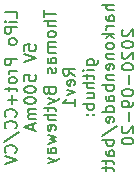
<source format=gbo>
%TF.GenerationSoftware,KiCad,Pcbnew,(5.1.6)-1*%
%TF.CreationDate,2020-09-20T19:32:56+01:00*%
%TF.ProjectId,batt,62617474-2e6b-4696-9361-645f70636258,rev?*%
%TF.SameCoordinates,Original*%
%TF.FileFunction,Legend,Bot*%
%TF.FilePolarity,Positive*%
%FSLAX46Y46*%
G04 Gerber Fmt 4.6, Leading zero omitted, Abs format (unit mm)*
G04 Created by KiCad (PCBNEW (5.1.6)-1) date 2020-09-20 19:32:56*
%MOMM*%
%LPD*%
G01*
G04 APERTURE LIST*
%ADD10C,0.150000*%
G04 APERTURE END LIST*
D10*
X69002380Y-44119047D02*
X69002380Y-43642857D01*
X68002380Y-43642857D01*
X69002380Y-44452380D02*
X68335714Y-44452380D01*
X68002380Y-44452380D02*
X68050000Y-44404761D01*
X68097619Y-44452380D01*
X68050000Y-44500000D01*
X68002380Y-44452380D01*
X68097619Y-44452380D01*
X69002380Y-44928571D02*
X68002380Y-44928571D01*
X68002380Y-45309523D01*
X68050000Y-45404761D01*
X68097619Y-45452380D01*
X68192857Y-45500000D01*
X68335714Y-45500000D01*
X68430952Y-45452380D01*
X68478571Y-45404761D01*
X68526190Y-45309523D01*
X68526190Y-44928571D01*
X69002380Y-46071428D02*
X68954761Y-45976190D01*
X68907142Y-45928571D01*
X68811904Y-45880952D01*
X68526190Y-45880952D01*
X68430952Y-45928571D01*
X68383333Y-45976190D01*
X68335714Y-46071428D01*
X68335714Y-46214285D01*
X68383333Y-46309523D01*
X68430952Y-46357142D01*
X68526190Y-46404761D01*
X68811904Y-46404761D01*
X68907142Y-46357142D01*
X68954761Y-46309523D01*
X69002380Y-46214285D01*
X69002380Y-46071428D01*
X69002380Y-47595238D02*
X68002380Y-47595238D01*
X68002380Y-47976190D01*
X68050000Y-48071428D01*
X68097619Y-48119047D01*
X68192857Y-48166666D01*
X68335714Y-48166666D01*
X68430952Y-48119047D01*
X68478571Y-48071428D01*
X68526190Y-47976190D01*
X68526190Y-47595238D01*
X69002380Y-48595238D02*
X68335714Y-48595238D01*
X68526190Y-48595238D02*
X68430952Y-48642857D01*
X68383333Y-48690476D01*
X68335714Y-48785714D01*
X68335714Y-48880952D01*
X69002380Y-49357142D02*
X68954761Y-49261904D01*
X68907142Y-49214285D01*
X68811904Y-49166666D01*
X68526190Y-49166666D01*
X68430952Y-49214285D01*
X68383333Y-49261904D01*
X68335714Y-49357142D01*
X68335714Y-49500000D01*
X68383333Y-49595238D01*
X68430952Y-49642857D01*
X68526190Y-49690476D01*
X68811904Y-49690476D01*
X68907142Y-49642857D01*
X68954761Y-49595238D01*
X69002380Y-49500000D01*
X69002380Y-49357142D01*
X68335714Y-49976190D02*
X68335714Y-50357142D01*
X68002380Y-50119047D02*
X68859523Y-50119047D01*
X68954761Y-50166666D01*
X69002380Y-50261904D01*
X69002380Y-50357142D01*
X68621428Y-50690476D02*
X68621428Y-51452380D01*
X69002380Y-51071428D02*
X68240476Y-51071428D01*
X68907142Y-52500000D02*
X68954761Y-52452380D01*
X69002380Y-52309523D01*
X69002380Y-52214285D01*
X68954761Y-52071428D01*
X68859523Y-51976190D01*
X68764285Y-51928571D01*
X68573809Y-51880952D01*
X68430952Y-51880952D01*
X68240476Y-51928571D01*
X68145238Y-51976190D01*
X68050000Y-52071428D01*
X68002380Y-52214285D01*
X68002380Y-52309523D01*
X68050000Y-52452380D01*
X68097619Y-52500000D01*
X68907142Y-53500000D02*
X68954761Y-53452380D01*
X69002380Y-53309523D01*
X69002380Y-53214285D01*
X68954761Y-53071428D01*
X68859523Y-52976190D01*
X68764285Y-52928571D01*
X68573809Y-52880952D01*
X68430952Y-52880952D01*
X68240476Y-52928571D01*
X68145238Y-52976190D01*
X68050000Y-53071428D01*
X68002380Y-53214285D01*
X68002380Y-53309523D01*
X68050000Y-53452380D01*
X68097619Y-53500000D01*
X67954761Y-54642857D02*
X69240476Y-53785714D01*
X68907142Y-55547619D02*
X68954761Y-55500000D01*
X69002380Y-55357142D01*
X69002380Y-55261904D01*
X68954761Y-55119047D01*
X68859523Y-55023809D01*
X68764285Y-54976190D01*
X68573809Y-54928571D01*
X68430952Y-54928571D01*
X68240476Y-54976190D01*
X68145238Y-55023809D01*
X68050000Y-55119047D01*
X68002380Y-55261904D01*
X68002380Y-55357142D01*
X68050000Y-55500000D01*
X68097619Y-55547619D01*
X68002380Y-55833333D02*
X69002380Y-56166666D01*
X68002380Y-56500000D01*
X69652380Y-46904761D02*
X69652380Y-46428571D01*
X70128571Y-46380952D01*
X70080952Y-46428571D01*
X70033333Y-46523809D01*
X70033333Y-46761904D01*
X70080952Y-46857142D01*
X70128571Y-46904761D01*
X70223809Y-46952380D01*
X70461904Y-46952380D01*
X70557142Y-46904761D01*
X70604761Y-46857142D01*
X70652380Y-46761904D01*
X70652380Y-46523809D01*
X70604761Y-46428571D01*
X70557142Y-46380952D01*
X69652380Y-47238095D02*
X70652380Y-47571428D01*
X69652380Y-47904761D01*
X69652380Y-49476190D02*
X69652380Y-49000000D01*
X70128571Y-48952380D01*
X70080952Y-49000000D01*
X70033333Y-49095238D01*
X70033333Y-49333333D01*
X70080952Y-49428571D01*
X70128571Y-49476190D01*
X70223809Y-49523809D01*
X70461904Y-49523809D01*
X70557142Y-49476190D01*
X70604761Y-49428571D01*
X70652380Y-49333333D01*
X70652380Y-49095238D01*
X70604761Y-49000000D01*
X70557142Y-48952380D01*
X69652380Y-50142857D02*
X69652380Y-50238095D01*
X69700000Y-50333333D01*
X69747619Y-50380952D01*
X69842857Y-50428571D01*
X70033333Y-50476190D01*
X70271428Y-50476190D01*
X70461904Y-50428571D01*
X70557142Y-50380952D01*
X70604761Y-50333333D01*
X70652380Y-50238095D01*
X70652380Y-50142857D01*
X70604761Y-50047619D01*
X70557142Y-50000000D01*
X70461904Y-49952380D01*
X70271428Y-49904761D01*
X70033333Y-49904761D01*
X69842857Y-49952380D01*
X69747619Y-50000000D01*
X69700000Y-50047619D01*
X69652380Y-50142857D01*
X69652380Y-51095238D02*
X69652380Y-51190476D01*
X69700000Y-51285714D01*
X69747619Y-51333333D01*
X69842857Y-51380952D01*
X70033333Y-51428571D01*
X70271428Y-51428571D01*
X70461904Y-51380952D01*
X70557142Y-51333333D01*
X70604761Y-51285714D01*
X70652380Y-51190476D01*
X70652380Y-51095238D01*
X70604761Y-51000000D01*
X70557142Y-50952380D01*
X70461904Y-50904761D01*
X70271428Y-50857142D01*
X70033333Y-50857142D01*
X69842857Y-50904761D01*
X69747619Y-50952380D01*
X69700000Y-51000000D01*
X69652380Y-51095238D01*
X70652380Y-51857142D02*
X69985714Y-51857142D01*
X70080952Y-51857142D02*
X70033333Y-51904761D01*
X69985714Y-52000000D01*
X69985714Y-52142857D01*
X70033333Y-52238095D01*
X70128571Y-52285714D01*
X70652380Y-52285714D01*
X70128571Y-52285714D02*
X70033333Y-52333333D01*
X69985714Y-52428571D01*
X69985714Y-52571428D01*
X70033333Y-52666666D01*
X70128571Y-52714285D01*
X70652380Y-52714285D01*
X70366666Y-53142857D02*
X70366666Y-53619047D01*
X70652380Y-53047619D02*
X69652380Y-53380952D01*
X70652380Y-53714285D01*
X71302380Y-43500000D02*
X71302380Y-44071428D01*
X72302380Y-43785714D02*
X71302380Y-43785714D01*
X72302380Y-44404761D02*
X71302380Y-44404761D01*
X72302380Y-44833333D02*
X71778571Y-44833333D01*
X71683333Y-44785714D01*
X71635714Y-44690476D01*
X71635714Y-44547619D01*
X71683333Y-44452380D01*
X71730952Y-44404761D01*
X72302380Y-45452380D02*
X72254761Y-45357142D01*
X72207142Y-45309523D01*
X72111904Y-45261904D01*
X71826190Y-45261904D01*
X71730952Y-45309523D01*
X71683333Y-45357142D01*
X71635714Y-45452380D01*
X71635714Y-45595238D01*
X71683333Y-45690476D01*
X71730952Y-45738095D01*
X71826190Y-45785714D01*
X72111904Y-45785714D01*
X72207142Y-45738095D01*
X72254761Y-45690476D01*
X72302380Y-45595238D01*
X72302380Y-45452380D01*
X72302380Y-46214285D02*
X71635714Y-46214285D01*
X71730952Y-46214285D02*
X71683333Y-46261904D01*
X71635714Y-46357142D01*
X71635714Y-46500000D01*
X71683333Y-46595238D01*
X71778571Y-46642857D01*
X72302380Y-46642857D01*
X71778571Y-46642857D02*
X71683333Y-46690476D01*
X71635714Y-46785714D01*
X71635714Y-46928571D01*
X71683333Y-47023809D01*
X71778571Y-47071428D01*
X72302380Y-47071428D01*
X72302380Y-47976190D02*
X71778571Y-47976190D01*
X71683333Y-47928571D01*
X71635714Y-47833333D01*
X71635714Y-47642857D01*
X71683333Y-47547619D01*
X72254761Y-47976190D02*
X72302380Y-47880952D01*
X72302380Y-47642857D01*
X72254761Y-47547619D01*
X72159523Y-47500000D01*
X72064285Y-47500000D01*
X71969047Y-47547619D01*
X71921428Y-47642857D01*
X71921428Y-47880952D01*
X71873809Y-47976190D01*
X72254761Y-48404761D02*
X72302380Y-48500000D01*
X72302380Y-48690476D01*
X72254761Y-48785714D01*
X72159523Y-48833333D01*
X72111904Y-48833333D01*
X72016666Y-48785714D01*
X71969047Y-48690476D01*
X71969047Y-48547619D01*
X71921428Y-48452380D01*
X71826190Y-48404761D01*
X71778571Y-48404761D01*
X71683333Y-48452380D01*
X71635714Y-48547619D01*
X71635714Y-48690476D01*
X71683333Y-48785714D01*
X71778571Y-50357142D02*
X71826190Y-50500000D01*
X71873809Y-50547619D01*
X71969047Y-50595238D01*
X72111904Y-50595238D01*
X72207142Y-50547619D01*
X72254761Y-50500000D01*
X72302380Y-50404761D01*
X72302380Y-50023809D01*
X71302380Y-50023809D01*
X71302380Y-50357142D01*
X71350000Y-50452380D01*
X71397619Y-50500000D01*
X71492857Y-50547619D01*
X71588095Y-50547619D01*
X71683333Y-50500000D01*
X71730952Y-50452380D01*
X71778571Y-50357142D01*
X71778571Y-50023809D01*
X71635714Y-50928571D02*
X72302380Y-51166666D01*
X71635714Y-51404761D02*
X72302380Y-51166666D01*
X72540476Y-51071428D01*
X72588095Y-51023809D01*
X72635714Y-50928571D01*
X71635714Y-51642857D02*
X71635714Y-52023809D01*
X71302380Y-51785714D02*
X72159523Y-51785714D01*
X72254761Y-51833333D01*
X72302380Y-51928571D01*
X72302380Y-52023809D01*
X72302380Y-52357142D02*
X71302380Y-52357142D01*
X72302380Y-52785714D02*
X71778571Y-52785714D01*
X71683333Y-52738095D01*
X71635714Y-52642857D01*
X71635714Y-52500000D01*
X71683333Y-52404761D01*
X71730952Y-52357142D01*
X72254761Y-53642857D02*
X72302380Y-53547619D01*
X72302380Y-53357142D01*
X72254761Y-53261904D01*
X72159523Y-53214285D01*
X71778571Y-53214285D01*
X71683333Y-53261904D01*
X71635714Y-53357142D01*
X71635714Y-53547619D01*
X71683333Y-53642857D01*
X71778571Y-53690476D01*
X71873809Y-53690476D01*
X71969047Y-53214285D01*
X71635714Y-54023809D02*
X72302380Y-54214285D01*
X71826190Y-54404761D01*
X72302380Y-54595238D01*
X71635714Y-54785714D01*
X72302380Y-55595238D02*
X71778571Y-55595238D01*
X71683333Y-55547619D01*
X71635714Y-55452380D01*
X71635714Y-55261904D01*
X71683333Y-55166666D01*
X72254761Y-55595238D02*
X72302380Y-55500000D01*
X72302380Y-55261904D01*
X72254761Y-55166666D01*
X72159523Y-55119047D01*
X72064285Y-55119047D01*
X71969047Y-55166666D01*
X71921428Y-55261904D01*
X71921428Y-55500000D01*
X71873809Y-55595238D01*
X71635714Y-55976190D02*
X72302380Y-56214285D01*
X71635714Y-56452380D02*
X72302380Y-56214285D01*
X72540476Y-56119047D01*
X72588095Y-56071428D01*
X72635714Y-55976190D01*
X73952380Y-49023809D02*
X73476190Y-48690476D01*
X73952380Y-48452380D02*
X72952380Y-48452380D01*
X72952380Y-48833333D01*
X73000000Y-48928571D01*
X73047619Y-48976190D01*
X73142857Y-49023809D01*
X73285714Y-49023809D01*
X73380952Y-48976190D01*
X73428571Y-48928571D01*
X73476190Y-48833333D01*
X73476190Y-48452380D01*
X73904761Y-49833333D02*
X73952380Y-49738095D01*
X73952380Y-49547619D01*
X73904761Y-49452380D01*
X73809523Y-49404761D01*
X73428571Y-49404761D01*
X73333333Y-49452380D01*
X73285714Y-49547619D01*
X73285714Y-49738095D01*
X73333333Y-49833333D01*
X73428571Y-49880952D01*
X73523809Y-49880952D01*
X73619047Y-49404761D01*
X73285714Y-50214285D02*
X73952380Y-50452380D01*
X73285714Y-50690476D01*
X73952380Y-51595238D02*
X73952380Y-51023809D01*
X73952380Y-51309523D02*
X72952380Y-51309523D01*
X73095238Y-51214285D01*
X73190476Y-51119047D01*
X73238095Y-51023809D01*
X74935714Y-48095238D02*
X75745238Y-48095238D01*
X75840476Y-48047619D01*
X75888095Y-48000000D01*
X75935714Y-47904761D01*
X75935714Y-47761904D01*
X75888095Y-47666666D01*
X75554761Y-48095238D02*
X75602380Y-48000000D01*
X75602380Y-47809523D01*
X75554761Y-47714285D01*
X75507142Y-47666666D01*
X75411904Y-47619047D01*
X75126190Y-47619047D01*
X75030952Y-47666666D01*
X74983333Y-47714285D01*
X74935714Y-47809523D01*
X74935714Y-48000000D01*
X74983333Y-48095238D01*
X75602380Y-48571428D02*
X74935714Y-48571428D01*
X74602380Y-48571428D02*
X74650000Y-48523809D01*
X74697619Y-48571428D01*
X74650000Y-48619047D01*
X74602380Y-48571428D01*
X74697619Y-48571428D01*
X74935714Y-48904761D02*
X74935714Y-49285714D01*
X74602380Y-49047619D02*
X75459523Y-49047619D01*
X75554761Y-49095238D01*
X75602380Y-49190476D01*
X75602380Y-49285714D01*
X75602380Y-49619047D02*
X74602380Y-49619047D01*
X75602380Y-50047619D02*
X75078571Y-50047619D01*
X74983333Y-50000000D01*
X74935714Y-49904761D01*
X74935714Y-49761904D01*
X74983333Y-49666666D01*
X75030952Y-49619047D01*
X74935714Y-50952380D02*
X75602380Y-50952380D01*
X74935714Y-50523809D02*
X75459523Y-50523809D01*
X75554761Y-50571428D01*
X75602380Y-50666666D01*
X75602380Y-50809523D01*
X75554761Y-50904761D01*
X75507142Y-50952380D01*
X75602380Y-51428571D02*
X74602380Y-51428571D01*
X74983333Y-51428571D02*
X74935714Y-51523809D01*
X74935714Y-51714285D01*
X74983333Y-51809523D01*
X75030952Y-51857142D01*
X75126190Y-51904761D01*
X75411904Y-51904761D01*
X75507142Y-51857142D01*
X75554761Y-51809523D01*
X75602380Y-51714285D01*
X75602380Y-51523809D01*
X75554761Y-51428571D01*
X75507142Y-52333333D02*
X75554761Y-52380952D01*
X75602380Y-52333333D01*
X75554761Y-52285714D01*
X75507142Y-52333333D01*
X75602380Y-52333333D01*
X74983333Y-52333333D02*
X75030952Y-52380952D01*
X75078571Y-52333333D01*
X75030952Y-52285714D01*
X74983333Y-52333333D01*
X75078571Y-52333333D01*
X77252380Y-43047619D02*
X76252380Y-43047619D01*
X77252380Y-43476190D02*
X76728571Y-43476190D01*
X76633333Y-43428571D01*
X76585714Y-43333333D01*
X76585714Y-43190476D01*
X76633333Y-43095238D01*
X76680952Y-43047619D01*
X77252380Y-44380952D02*
X76728571Y-44380952D01*
X76633333Y-44333333D01*
X76585714Y-44238095D01*
X76585714Y-44047619D01*
X76633333Y-43952380D01*
X77204761Y-44380952D02*
X77252380Y-44285714D01*
X77252380Y-44047619D01*
X77204761Y-43952380D01*
X77109523Y-43904761D01*
X77014285Y-43904761D01*
X76919047Y-43952380D01*
X76871428Y-44047619D01*
X76871428Y-44285714D01*
X76823809Y-44380952D01*
X77252380Y-44857142D02*
X76585714Y-44857142D01*
X76776190Y-44857142D02*
X76680952Y-44904761D01*
X76633333Y-44952380D01*
X76585714Y-45047619D01*
X76585714Y-45142857D01*
X77252380Y-45476190D02*
X76252380Y-45476190D01*
X76871428Y-45571428D02*
X77252380Y-45857142D01*
X76585714Y-45857142D02*
X76966666Y-45476190D01*
X77252380Y-46428571D02*
X77204761Y-46333333D01*
X77157142Y-46285714D01*
X77061904Y-46238095D01*
X76776190Y-46238095D01*
X76680952Y-46285714D01*
X76633333Y-46333333D01*
X76585714Y-46428571D01*
X76585714Y-46571428D01*
X76633333Y-46666666D01*
X76680952Y-46714285D01*
X76776190Y-46761904D01*
X77061904Y-46761904D01*
X77157142Y-46714285D01*
X77204761Y-46666666D01*
X77252380Y-46571428D01*
X77252380Y-46428571D01*
X76585714Y-47190476D02*
X77252380Y-47190476D01*
X76680952Y-47190476D02*
X76633333Y-47238095D01*
X76585714Y-47333333D01*
X76585714Y-47476190D01*
X76633333Y-47571428D01*
X76728571Y-47619047D01*
X77252380Y-47619047D01*
X77204761Y-48476190D02*
X77252380Y-48380952D01*
X77252380Y-48190476D01*
X77204761Y-48095238D01*
X77109523Y-48047619D01*
X76728571Y-48047619D01*
X76633333Y-48095238D01*
X76585714Y-48190476D01*
X76585714Y-48380952D01*
X76633333Y-48476190D01*
X76728571Y-48523809D01*
X76823809Y-48523809D01*
X76919047Y-48047619D01*
X76585714Y-48952380D02*
X77252380Y-48952380D01*
X76680952Y-48952380D02*
X76633333Y-49000000D01*
X76585714Y-49095238D01*
X76585714Y-49238095D01*
X76633333Y-49333333D01*
X76728571Y-49380952D01*
X77252380Y-49380952D01*
X77252380Y-49857142D02*
X76252380Y-49857142D01*
X76633333Y-49857142D02*
X76585714Y-49952380D01*
X76585714Y-50142857D01*
X76633333Y-50238095D01*
X76680952Y-50285714D01*
X76776190Y-50333333D01*
X77061904Y-50333333D01*
X77157142Y-50285714D01*
X77204761Y-50238095D01*
X77252380Y-50142857D01*
X77252380Y-49952380D01*
X77204761Y-49857142D01*
X77252380Y-51190476D02*
X76728571Y-51190476D01*
X76633333Y-51142857D01*
X76585714Y-51047619D01*
X76585714Y-50857142D01*
X76633333Y-50761904D01*
X77204761Y-51190476D02*
X77252380Y-51095238D01*
X77252380Y-50857142D01*
X77204761Y-50761904D01*
X77109523Y-50714285D01*
X77014285Y-50714285D01*
X76919047Y-50761904D01*
X76871428Y-50857142D01*
X76871428Y-51095238D01*
X76823809Y-51190476D01*
X77252380Y-52095238D02*
X76252380Y-52095238D01*
X77204761Y-52095238D02*
X77252380Y-52000000D01*
X77252380Y-51809523D01*
X77204761Y-51714285D01*
X77157142Y-51666666D01*
X77061904Y-51619047D01*
X76776190Y-51619047D01*
X76680952Y-51666666D01*
X76633333Y-51714285D01*
X76585714Y-51809523D01*
X76585714Y-52000000D01*
X76633333Y-52095238D01*
X77204761Y-52952380D02*
X77252380Y-52857142D01*
X77252380Y-52666666D01*
X77204761Y-52571428D01*
X77109523Y-52523809D01*
X76728571Y-52523809D01*
X76633333Y-52571428D01*
X76585714Y-52666666D01*
X76585714Y-52857142D01*
X76633333Y-52952380D01*
X76728571Y-53000000D01*
X76823809Y-53000000D01*
X76919047Y-52523809D01*
X76204761Y-54142857D02*
X77490476Y-53285714D01*
X77252380Y-54476190D02*
X76252380Y-54476190D01*
X76633333Y-54476190D02*
X76585714Y-54571428D01*
X76585714Y-54761904D01*
X76633333Y-54857142D01*
X76680952Y-54904761D01*
X76776190Y-54952380D01*
X77061904Y-54952380D01*
X77157142Y-54904761D01*
X77204761Y-54857142D01*
X77252380Y-54761904D01*
X77252380Y-54571428D01*
X77204761Y-54476190D01*
X77252380Y-55809523D02*
X76728571Y-55809523D01*
X76633333Y-55761904D01*
X76585714Y-55666666D01*
X76585714Y-55476190D01*
X76633333Y-55380952D01*
X77204761Y-55809523D02*
X77252380Y-55714285D01*
X77252380Y-55476190D01*
X77204761Y-55380952D01*
X77109523Y-55333333D01*
X77014285Y-55333333D01*
X76919047Y-55380952D01*
X76871428Y-55476190D01*
X76871428Y-55714285D01*
X76823809Y-55809523D01*
X76585714Y-56142857D02*
X76585714Y-56523809D01*
X76252380Y-56285714D02*
X77109523Y-56285714D01*
X77204761Y-56333333D01*
X77252380Y-56428571D01*
X77252380Y-56523809D01*
X76585714Y-56714285D02*
X76585714Y-57095238D01*
X76252380Y-56857142D02*
X77109523Y-56857142D01*
X77204761Y-56904761D01*
X77252380Y-57000000D01*
X77252380Y-57095238D01*
X77997619Y-45142857D02*
X77950000Y-45190476D01*
X77902380Y-45285714D01*
X77902380Y-45523809D01*
X77950000Y-45619047D01*
X77997619Y-45666666D01*
X78092857Y-45714285D01*
X78188095Y-45714285D01*
X78330952Y-45666666D01*
X78902380Y-45095238D01*
X78902380Y-45714285D01*
X77902380Y-46333333D02*
X77902380Y-46428571D01*
X77950000Y-46523809D01*
X77997619Y-46571428D01*
X78092857Y-46619047D01*
X78283333Y-46666666D01*
X78521428Y-46666666D01*
X78711904Y-46619047D01*
X78807142Y-46571428D01*
X78854761Y-46523809D01*
X78902380Y-46428571D01*
X78902380Y-46333333D01*
X78854761Y-46238095D01*
X78807142Y-46190476D01*
X78711904Y-46142857D01*
X78521428Y-46095238D01*
X78283333Y-46095238D01*
X78092857Y-46142857D01*
X77997619Y-46190476D01*
X77950000Y-46238095D01*
X77902380Y-46333333D01*
X77997619Y-47047619D02*
X77950000Y-47095238D01*
X77902380Y-47190476D01*
X77902380Y-47428571D01*
X77950000Y-47523809D01*
X77997619Y-47571428D01*
X78092857Y-47619047D01*
X78188095Y-47619047D01*
X78330952Y-47571428D01*
X78902380Y-47000000D01*
X78902380Y-47619047D01*
X77902380Y-48238095D02*
X77902380Y-48333333D01*
X77950000Y-48428571D01*
X77997619Y-48476190D01*
X78092857Y-48523809D01*
X78283333Y-48571428D01*
X78521428Y-48571428D01*
X78711904Y-48523809D01*
X78807142Y-48476190D01*
X78854761Y-48428571D01*
X78902380Y-48333333D01*
X78902380Y-48238095D01*
X78854761Y-48142857D01*
X78807142Y-48095238D01*
X78711904Y-48047619D01*
X78521428Y-48000000D01*
X78283333Y-48000000D01*
X78092857Y-48047619D01*
X77997619Y-48095238D01*
X77950000Y-48142857D01*
X77902380Y-48238095D01*
X78521428Y-49000000D02*
X78521428Y-49761904D01*
X77902380Y-50428571D02*
X77902380Y-50523809D01*
X77950000Y-50619047D01*
X77997619Y-50666666D01*
X78092857Y-50714285D01*
X78283333Y-50761904D01*
X78521428Y-50761904D01*
X78711904Y-50714285D01*
X78807142Y-50666666D01*
X78854761Y-50619047D01*
X78902380Y-50523809D01*
X78902380Y-50428571D01*
X78854761Y-50333333D01*
X78807142Y-50285714D01*
X78711904Y-50238095D01*
X78521428Y-50190476D01*
X78283333Y-50190476D01*
X78092857Y-50238095D01*
X77997619Y-50285714D01*
X77950000Y-50333333D01*
X77902380Y-50428571D01*
X78902380Y-51238095D02*
X78902380Y-51428571D01*
X78854761Y-51523809D01*
X78807142Y-51571428D01*
X78664285Y-51666666D01*
X78473809Y-51714285D01*
X78092857Y-51714285D01*
X77997619Y-51666666D01*
X77950000Y-51619047D01*
X77902380Y-51523809D01*
X77902380Y-51333333D01*
X77950000Y-51238095D01*
X77997619Y-51190476D01*
X78092857Y-51142857D01*
X78330952Y-51142857D01*
X78426190Y-51190476D01*
X78473809Y-51238095D01*
X78521428Y-51333333D01*
X78521428Y-51523809D01*
X78473809Y-51619047D01*
X78426190Y-51666666D01*
X78330952Y-51714285D01*
X78521428Y-52142857D02*
X78521428Y-52904761D01*
X77997619Y-53333333D02*
X77950000Y-53380952D01*
X77902380Y-53476190D01*
X77902380Y-53714285D01*
X77950000Y-53809523D01*
X77997619Y-53857142D01*
X78092857Y-53904761D01*
X78188095Y-53904761D01*
X78330952Y-53857142D01*
X78902380Y-53285714D01*
X78902380Y-53904761D01*
X77902380Y-54523809D02*
X77902380Y-54619047D01*
X77950000Y-54714285D01*
X77997619Y-54761904D01*
X78092857Y-54809523D01*
X78283333Y-54857142D01*
X78521428Y-54857142D01*
X78711904Y-54809523D01*
X78807142Y-54761904D01*
X78854761Y-54714285D01*
X78902380Y-54619047D01*
X78902380Y-54523809D01*
X78854761Y-54428571D01*
X78807142Y-54380952D01*
X78711904Y-54333333D01*
X78521428Y-54285714D01*
X78283333Y-54285714D01*
X78092857Y-54333333D01*
X77997619Y-54380952D01*
X77950000Y-54428571D01*
X77902380Y-54523809D01*
M02*

</source>
